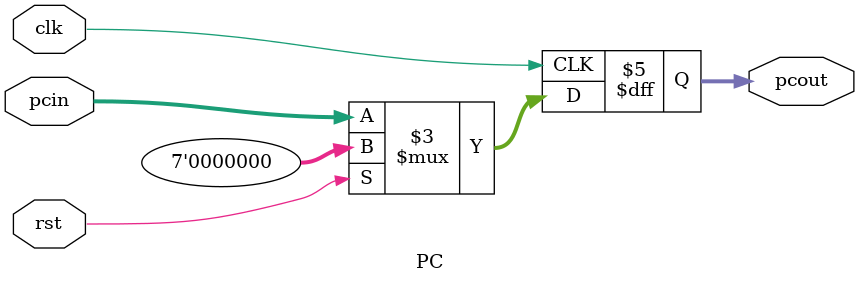
<source format=v>


module PC(pcout,pcin,clk, rst);
	input [6:0]pcin;
	input clk, rst;
	output reg [6:0] pcout;
	
	always@(posedge clk) begin
		if(rst) pcout <= 0;
		else pcout <= pcin;
	end
	
endmodule



</source>
